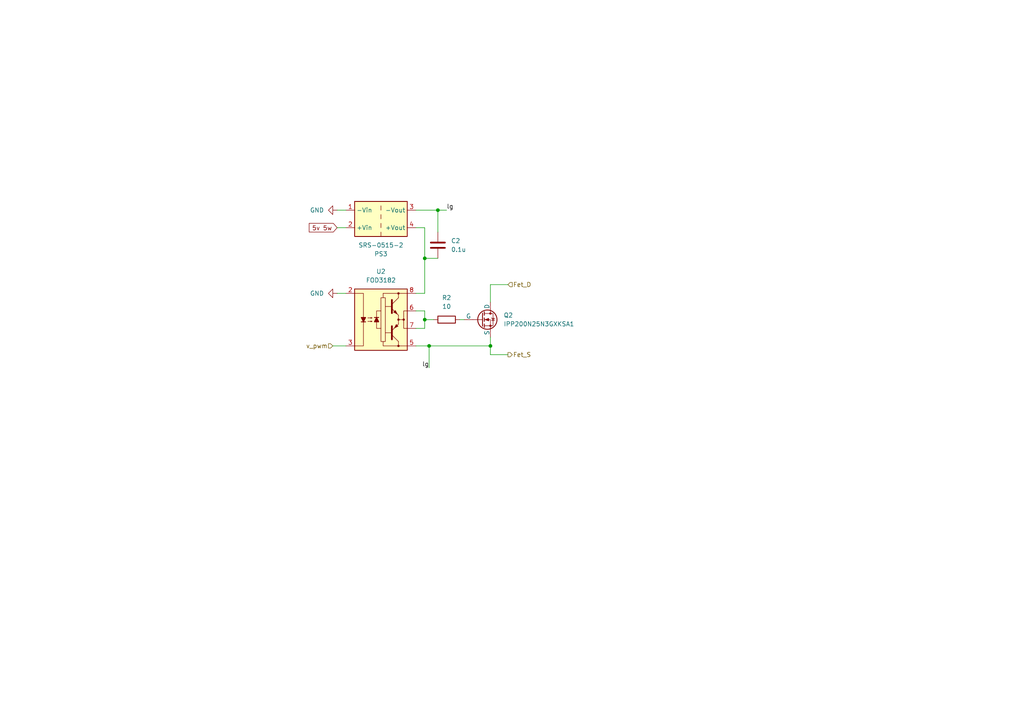
<source format=kicad_sch>
(kicad_sch (version 20250114) (generator "eeschema") (generator_version "9.0")
  (paper "A4")
  (lib_symbols
    (symbol "Converter_DCDC:MEE1S0303SC"
      (property "Reference" "PS" (at -7.62 6.35 0))
      (property "Value" "MEE1S0303SC" (at 1.27 6.35 0))
      (symbol "MEE1S0303SC_0_0"
        (pin power_in line (at -10.16 2.54 0) (length 2.54) (name "+Vin") (number "2"))
        (pin power_in line (at -10.16 -2.54 0) (length 2.54) (name "-Vin") (number "1"))
        (pin power_out line (at 10.16 2.54 180) (length 2.54) (name "+Vout") (number "4"))
        (pin power_out line (at 10.16 -2.54 180) (length 2.54) (name "-Vout") (number "3"))
      )
      (symbol "MEE1S0303SC_0_1"
        (rectangle (start -7.62 5.08) (end 7.62 -5.08) (stroke (width 0.254)) (fill (type background)))
        (polyline (pts (xy 0 5.08) (xy 0 3.81)))
        (polyline (pts (xy 0 2.54) (xy 0 1.27)))
        (polyline (pts (xy 0 0) (xy 0 -1.27)))
        (polyline (pts (xy 0 -2.54) (xy 0 -3.81)))
      )
    )
    (symbol "Device:C" (pin_numbers (hide yes)) (pin_names (offset 0.254))
      (property "Reference" "C" (at 0.635 2.54 0))
      (property "Value" "C" (at 0.635 -2.54 0))
      (symbol "C_0_1"
        (polyline (pts (xy -2.032 0.762) (xy 2.032 0.762)) (stroke (width 0.508)))
        (polyline (pts (xy -2.032 -0.762) (xy 2.032 -0.762)) (stroke (width 0.508)))
      )
      (symbol "C_1_1"
        (pin passive line (at 0 3.81 270) (length 2.794) (name "~") (number "1"))
        (pin passive line (at 0 -3.81 90) (length 2.794) (name "~") (number "2"))
      )
    )
    (symbol "Device:R" (pin_numbers (hide yes)) (pin_names (offset 0))
      (property "Reference" "R" (at 2.032 0 90))
      (property "Value" "R" (at 0 0 90))
      (symbol "R_0_1"
        (rectangle (start -1.016 -2.54) (end 1.016 2.54) (stroke (width 0.254)))
      )
      (symbol "R_1_1"
        (pin passive line (at 0 3.81 270) (length 1.27) (name "~") (number "1"))
        (pin passive line (at 0 -3.81 90) (length 1.27) (name "~") (number "2"))
      )
    )
    (symbol "Driver_FET:TLP250" (pin_names (hide yes))
      (property "Reference" "U" (at 0 12.7 0))
      (property "Value" "TLP250" (at 0 10.16 0))
      (symbol "TLP250_0_1"
        (rectangle (start -7.62 8.89) (end 7.62 -8.89) (stroke (width 0.254)) (fill (type background)))
        (polyline (pts (xy -7.62 7.62) (xy -5.08 7.62) (xy -5.08 -7.62) (xy -7.62 -7.62)))
        (polyline (pts (xy -5.715 -0.635) (xy -4.445 -0.635)) (stroke (width 0.254)))
        (polyline (pts (xy -5.08 -0.635) (xy -5.715 0.635) (xy -4.445 0.635) (xy -5.08 -0.635)) (stroke (width 0.254)) (fill (type outline)))
        (polyline (pts (xy -3.81 0.508) (xy -2.54 0.508) (xy -2.921 0.381) (xy -2.921 0.635) (xy -2.54 0.508)))
        (polyline (pts (xy -3.81 -0.508) (xy -2.54 -0.508) (xy -2.921 -0.635) (xy -2.921 -0.381) (xy -2.54 -0.508)))
        (polyline (pts (xy -1.27 0.635) (xy -1.27 2.54) (xy 0 2.54)))
        (polyline (pts (xy -1.27 0.635) (xy -0.635 -0.635) (xy -1.905 -0.635) (xy -1.27 0.635)) (stroke (width 0.254)) (fill (type outline)))
        (polyline (pts (xy -1.27 -0.635) (xy -1.27 -2.54) (xy 0 -2.54)))
        (polyline (pts (xy -0.635 0.635) (xy -1.905 0.635)) (stroke (width 0.254)))
        (rectangle (start 0.635 6.35) (end 0.635 7.62))
        (rectangle (start 0.635 6.35) (end 0.635 6.35))
        (polyline (pts (xy 0.635 -6.35) (xy 0.635 -7.62) (xy 7.62 -7.62)))
        (polyline (pts (xy 1.27 6.35) (xy 1.27 -6.35) (xy 0 -6.35) (xy 0 6.35) (xy 1.27 6.35)))
        (polyline (pts (xy 3.048 3.81) (xy 1.27 3.81)))
        (polyline (pts (xy 3.048 -3.81) (xy 1.27 -3.81)))
        (polyline (pts (xy 3.175 5.715) (xy 3.175 1.905) (xy 3.175 1.905)) (stroke (width 0.508)))
        (polyline (pts (xy 3.175 4.445) (xy 5.08 6.35)))
        (polyline (pts (xy 3.175 -4.445) (xy 5.08 -6.35)))
        (polyline (pts (xy 3.175 -5.715) (xy 3.175 -1.905) (xy 3.175 -1.905)) (stroke (width 0.508)))
        (polyline (pts (xy 3.683 2.159) (xy 4.191 2.667) (xy 4.699 1.651) (xy 3.683 2.159) (xy 3.683 2.159)) (fill (type outline)))
        (polyline (pts (xy 4.953 -1.905) (xy 4.445 -1.397) (xy 3.937 -2.413) (xy 4.953 -1.905) (xy 4.953 -1.905)) (fill (type outline)))
        (circle (center 5.08 7.62) (radius 0.254) (fill (type outline)))
        (polyline (pts (xy 5.08 6.35) (xy 5.08 7.62)))
        (polyline (pts (xy 5.08 1.27) (xy 3.175 3.175)) (fill (type outline)))
        (rectangle (start 5.08 1.27) (end 5.08 -1.27))
        (polyline (pts (xy 5.08 0) (xy 6.604 0)))
        (circle (center 5.08 0) (radius 0.254) (fill (type outline)))
        (polyline (pts (xy 5.08 -1.27) (xy 3.175 -3.175)) (fill (type outline)))
        (polyline (pts (xy 5.08 -6.35) (xy 5.08 -7.62)))
        (circle (center 5.08 -7.62) (radius 0.254) (fill (type outline)))
        (circle (center 6.604 0) (radius 0.254) (fill (type outline)))
        (polyline (pts (xy 7.62 7.62) (xy 0.635 7.62)))
        (polyline (pts (xy 7.62 2.54) (xy 6.604 2.54) (xy 6.604 -2.54) (xy 7.62 -2.54)))
      )
      (symbol "TLP250_1_1"
        (pin passive line (at -10.16 7.62 0) (length 2.54) (name "A") (number "2"))
        (pin passive line (at -10.16 -7.62 0) (length 2.54) (name "C") (number "3"))
        (pin no_connect line (at -7.62 2.54 0) (length 2.54) (hide yes) (name "NC") (number "1"))
        (pin no_connect line (at -7.62 -2.54 0) (length 2.54) (hide yes) (name "NC") (number "4"))
        (pin power_in line (at 10.16 7.62 180) (length 2.54) (name "VCC") (number "8"))
        (pin output line (at 10.16 2.54 180) (length 2.54) (name "VO") (number "6"))
        (pin output line (at 10.16 -2.54 180) (length 2.54) (name "VO") (number "7"))
        (pin power_in line (at 10.16 -7.62 180) (length 2.54) (name "VEE") (number "5"))
      )
    )
    (symbol "Simulation_SPICE:NMOS" (pin_numbers (hide yes)) (pin_names (offset 0))
      (property "Reference" "Q" (at 5.08 1.27 0))
      (property "Value" "NMOS" (at 5.08 -1.27 0))
      (symbol "NMOS_0_1"
        (polyline (pts (xy 0.254 1.905) (xy 0.254 -1.905)) (stroke (width 0.254)))
        (polyline (pts (xy 0.254 0) (xy -2.54 0)))
        (polyline (pts (xy 0.762 2.286) (xy 0.762 1.27)) (stroke (width 0.254)))
        (polyline (pts (xy 0.762 0.508) (xy 0.762 -0.508)) (stroke (width 0.254)))
        (polyline (pts (xy 0.762 -1.27) (xy 0.762 -2.286)) (stroke (width 0.254)))
        (polyline (pts (xy 0.762 -1.778) (xy 3.302 -1.778) (xy 3.302 1.778) (xy 0.762 1.778)))
        (polyline (pts (xy 1.016 0) (xy 2.032 0.381) (xy 2.032 -0.381) (xy 1.016 0)) (fill (type outline)))
        (circle (center 1.651 0) (radius 2.794) (stroke (width 0.254)))
        (polyline (pts (xy 2.54 2.54) (xy 2.54 1.778)))
        (circle (center 2.54 1.778) (radius 0.254) (fill (type outline)))
        (circle (center 2.54 -1.778) (radius 0.254) (fill (type outline)))
        (polyline (pts (xy 2.54 -2.54) (xy 2.54 0) (xy 0.762 0)))
        (polyline (pts (xy 2.794 0.508) (xy 2.921 0.381) (xy 3.683 0.381) (xy 3.81 0.254)))
        (polyline (pts (xy 3.302 0.381) (xy 2.921 -0.254) (xy 3.683 -0.254) (xy 3.302 0.381)))
      )
      (symbol "NMOS_1_1"
        (pin input line (at -5.08 0 0) (length 2.54) (name "G") (number "2"))
        (pin passive line (at 2.54 5.08 270) (length 2.54) (name "D") (number "1"))
        (pin passive line (at 2.54 -5.08 90) (length 2.54) (name "S") (number "3"))
      )
    )
    (symbol "power:GND" (power) (pin_numbers (hide yes)) (pin_names (offset 0) (hide yes))
      (property "Value" "GND" (at 0 -3.81 0))
      (symbol "GND_0_1"
        (polyline (pts (xy 0 0) (xy 0 -1.27) (xy 1.27 -1.27) (xy 0 -2.54) (xy -1.27 -1.27) (xy 0 -1.27)))
      )
      (symbol "GND_1_1"
        (pin power_in line (at 0 0 270) (length 0) (name "~") (number "1"))
      )
    )
  )
  (junction (at 124.46 100.33))
  (junction (at 123.19 92.71))
  (junction (at 127 60.96))
  (junction (at 123.19 74.93))
  (junction (at 142.24 100.33))
  (wire (pts (xy 97.79 60.96) (xy 100.33 60.96)))
  (wire (pts (xy 120.65 100.33) (xy 124.46 100.33)))
  (wire (pts (xy 123.19 95.25) (xy 123.19 92.71)))
  (wire (pts (xy 142.24 97.79) (xy 142.24 100.33)))
  (wire (pts (xy 120.65 95.25) (xy 123.19 95.25)))
  (wire (pts (xy 147.32 102.87) (xy 142.24 102.87)))
  (wire (pts (xy 120.65 90.17) (xy 123.19 90.17)))
  (wire (pts (xy 147.32 82.55) (xy 142.24 82.55)))
  (wire (pts (xy 142.24 100.33) (xy 142.24 102.87)))
  (wire (pts (xy 123.19 74.93) (xy 127 74.93)))
  (wire (pts (xy 120.65 60.96) (xy 127 60.96)))
  (wire (pts (xy 123.19 90.17) (xy 123.19 92.71)))
  (wire (pts (xy 97.79 66.04) (xy 100.33 66.04)))
  (wire (pts (xy 133.35 92.71) (xy 134.62 92.71)))
  (wire (pts (xy 127 60.96) (xy 127 67.31)))
  (wire (pts (xy 127 60.96) (xy 129.54 60.96)))
  (wire (pts (xy 142.24 82.55) (xy 142.24 87.63)))
  (wire (pts (xy 97.79 85.09) (xy 100.33 85.09)))
  (wire (pts (xy 124.46 100.33) (xy 142.24 100.33)))
  (wire (pts (xy 120.65 85.09) (xy 123.19 85.09)))
  (wire (pts (xy 123.19 74.93) (xy 123.19 85.09)))
  (wire (pts (xy 124.46 100.33) (xy 124.46 106.68)))
  (wire (pts (xy 120.65 66.04) (xy 123.19 66.04)))
  (wire (pts (xy 96.52 100.33) (xy 100.33 100.33)))
  (wire (pts (xy 123.19 66.04) (xy 123.19 74.93)))
  (wire (pts (xy 123.19 92.71) (xy 125.73 92.71)))
  (label "lg" (at 124.46 106.68 180))
  (label "lg" (at 129.54 60.96 0))
  (global_label "5v 5w" (shape input) (at 97.79 66.04 180) (property "Intersheetrefs" "${INTERSHEET_REFS}" (effects (hide yes))))
  (hierarchical_label "Fet_D" (shape input) (at 147.32 82.55 0))
  (hierarchical_label "v_pwm" (shape input) (at 96.52 100.33 180))
  (hierarchical_label "Fet_S" (shape output) (at 147.32 102.87 0))
  (symbol (lib_id "power:GND") (at 97.79 60.96 270) (unit 1)
    (property "Reference" "#PWR0101" (effects (hide yes)))
    (property "Value" "GND" (at 93.98 60.9599 90) (effects (justify right)))
    (property "Description" "Power symbol creates a global label with name \"GND\" , ground" (effects (hide yes)))
    (instances (project "120VDC Treadmill Motor Controller" (path "" (reference "#PWR05") (unit 1)) (path "" (reference "#PWR0101") (unit 1))))
  )
  (symbol (lib_id "power:GND") (at 97.79 85.09 270) (unit 1)
    (property "Reference" "#PWR0102" (effects (hide yes)))
    (property "Value" "GND" (at 93.98 85.0899 90) (effects (justify right)))
    (property "Description" "Power symbol creates a global label with name \"GND\" , ground" (effects (hide yes)))
    (instances (project "120VDC Treadmill Motor Controller" (path "" (reference "#PWR06") (unit 1)) (path "" (reference "#PWR0102") (unit 1))))
  )
  (symbol (lib_id "Device:C") (at 127 71.12 0) (unit 1)
    (property "Reference" "C5" (at 130.81 69.8499 0) (effects (justify left)))
    (property "Value" "0.1u" (at 130.81 72.3899 0) (effects (justify left)))
    (property "Footprint" "Capacitor_SMD:C_0402_1005Metric_Pad0.74x0.62mm_HandSolder" (effects (hide yes)))
    (property "Datasheet" "https://mm.digikey.com/Volume0/opasdata/d220001/medias/docus/729/CL05B104KA5NNNC_Spec.pdf" (effects (hide yes)))
    (property "Description" "CL05B104KA5NNNC" (effects (hide yes)))
    (instances (project "120VDC Treadmill Motor Controller" (path "" (reference "C2") (unit 1)) (path "" (reference "C5") (unit 1))))
  )
  (symbol (lib_id "Simulation_SPICE:NMOS") (at 139.7 92.71 0) (unit 1)
    (property "Reference" "Q7" (at 146.05 91.4399 0) (effects (justify left)))
    (property "Value" "IPP200N25N3GXKSA1" (at 146.05 93.9799 0) (effects (justify left)))
    (property "Footprint" "Package_TO_SOT_THT:TO-220-3_Vertical" (effects (hide yes)))
    (property "Datasheet" "https://www.infineon.com/assets/row/public/documents/24/49/infineon-ipp-b-i-200n25n3-g-datasheet-en.pdf?folderId=db3a3043163797a6011637d4bae7003b&fileId=db3a3043243b5f17012496b87e9f1971" (effects (hide yes)))
    (property "Description" "N-MOSFET transistor, drain/source/gate" (effects (hide yes)))
    (property "Sim.Device" "NMOS" (effects (hide yes)))
    (property "Sim.Type" "VDMOS" (effects (hide yes)))
    (property "Sim.Pins" "1=D 2=G 3=S" (effects (hide yes)))
    (instances (project "120VDC Treadmill Motor Controller" (path "" (reference "Q2") (unit 1)) (path "" (reference "Q7") (unit 1))))
  )
  (symbol (lib_id "Converter_DCDC:MEE1S0303SC") (at 110.49 63.5 0) (mirror x) (unit 1)
    (property "Reference" "PS2" (at 110.49 73.66 0))
    (property "Value" "SRS-0515-2" (at 110.49 71.12 0))
    (property "Footprint" "Footprints_TMC:SRS-0515 DIP-16_W7.62mm" (effects (hide yes)))
    (property "Datasheet" "http://diwellshop.cafe24.com/web/DATASHEET/01_subtitle/4_POWER/2_DC-DC/SRS-0515-2/SR.pdf" (effects (hide yes)))
    (property "Description" "isolated 1W 5V to 15V DC to DC Converter" (effects (hide yes)))
    (instances (project "120VDC Treadmill Motor Controller" (path "" (reference "PS3") (unit 1)) (path "" (reference "PS2") (unit 1))))
  )
  (symbol (lib_id "Device:R") (at 129.54 92.71 90) (unit 1)
    (property "Reference" "R15" (at 129.54 86.36 90))
    (property "Value" "10" (at 129.54 88.9 90))
    (property "Description" "Resistor" (effects (hide yes)))
    (instances (project "120VDC Treadmill Motor Controller" (path "" (reference "R2") (unit 1)) (path "" (reference "R15") (unit 1))))
  )
  (symbol (lib_id "Driver_FET:TLP250") (at 110.49 92.71 0) (unit 1)
    (property "Reference" "U7" (at 110.49 78.74 0))
    (property "Value" "FOD3182" (at 110.49 81.28 0))
    (property "Footprint" "Package_DIP:DIP-8_W7.62mm" (effects (hide yes)))
    (property "Datasheet" "https://www.onsemi.com/pdf/datasheet/fod3182-d.pdf" (effects (hide yes)))
    (property "Description" "Gate Drive Optocoupler" (effects (hide yes)))
    (instances (project "120VDC Treadmill Motor Controller" (path "" (reference "U2") (unit 1)) (path "" (reference "U7") (unit 1))))
  )
)
</source>
